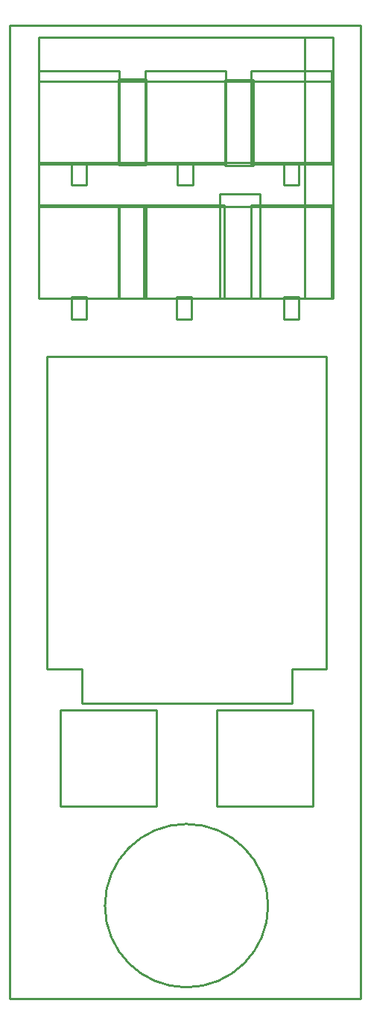
<source format=gko>
G04 Layer: BoardOutlineLayer*
G04 EasyEDA v6.5.29, 2023-07-18 11:26:45*
G04 c8030ef1641c436e89cfafea64ab0737,5a6b42c53f6a479593ecc07194224c93,10*
G04 Gerber Generator version 0.2*
G04 Scale: 100 percent, Rotated: No, Reflected: No *
G04 Dimensions in millimeters *
G04 leading zeros omitted , absolute positions ,4 integer and 5 decimal *
%FSLAX45Y45*%
%MOMM*%

%ADD10C,0.2540*%
D10*
X38100Y11938000D02*
G01*
X4025900Y11938000D01*
X4025900Y889000D01*
X38100Y889000D01*
X38100Y11938000D01*
X736600Y10375900D02*
G01*
X736600Y10121900D01*
X736600Y10121900D02*
G01*
X908050Y10121900D01*
X908050Y10121900D02*
G01*
X908050Y10375900D01*
X908050Y10375900D02*
G01*
X736600Y10375900D01*
X368300Y11423650D02*
G01*
X368300Y10363200D01*
X368300Y10363200D02*
G01*
X1282700Y10363200D01*
X1282700Y10363200D02*
G01*
X1282700Y11423650D01*
X1282700Y11423650D02*
G01*
X368300Y11423650D01*
X1574800Y11423650D02*
G01*
X1574800Y10363200D01*
X1574800Y10363200D02*
G01*
X2489200Y10363200D01*
X2489200Y10363200D02*
G01*
X2489200Y11423650D01*
X2489200Y11423650D02*
G01*
X1574800Y11423650D01*
X1943100Y10375900D02*
G01*
X1943100Y10121900D01*
X1943100Y10121900D02*
G01*
X2114550Y10121900D01*
X2114550Y10121900D02*
G01*
X2114550Y10375900D01*
X2114550Y10375900D02*
G01*
X1943100Y10375900D01*
X2781300Y11423650D02*
G01*
X2781300Y10363200D01*
X2781300Y10363200D02*
G01*
X3695700Y10363200D01*
X3695700Y10363200D02*
G01*
X3695700Y11423650D01*
X3695700Y11423650D02*
G01*
X2781300Y11423650D01*
X3149600Y10375900D02*
G01*
X3149600Y10121900D01*
X3149600Y10121900D02*
G01*
X3321050Y10121900D01*
X3321050Y10121900D02*
G01*
X3321050Y10375900D01*
X3321050Y10375900D02*
G01*
X3149600Y10375900D01*
X368300Y9899650D02*
G01*
X368300Y8839200D01*
X368300Y8839200D02*
G01*
X1282700Y8839200D01*
X1282700Y8839200D02*
G01*
X1282700Y9899650D01*
X1282700Y9899650D02*
G01*
X368300Y9899650D01*
X736600Y8851900D02*
G01*
X736600Y8597900D01*
X736600Y8597900D02*
G01*
X908050Y8597900D01*
X908050Y8597900D02*
G01*
X908050Y8851900D01*
X908050Y8851900D02*
G01*
X736600Y8851900D01*
X1562100Y9899650D02*
G01*
X1562100Y8839200D01*
X1562100Y8839200D02*
G01*
X2476500Y8839200D01*
X2476500Y8839200D02*
G01*
X2476500Y9899650D01*
X2476500Y9899650D02*
G01*
X1562100Y9899650D01*
X1930400Y8851900D02*
G01*
X1930400Y8597900D01*
X1930400Y8597900D02*
G01*
X2101850Y8597900D01*
X2101850Y8597900D02*
G01*
X2101850Y8851900D01*
X2101850Y8851900D02*
G01*
X1930400Y8851900D01*
X3149600Y8851900D02*
G01*
X3149600Y8597900D01*
X3149600Y8597900D02*
G01*
X3321050Y8597900D01*
X3321050Y8597900D02*
G01*
X3321050Y8851900D01*
X3321050Y8851900D02*
G01*
X3149600Y8851900D01*
X2781300Y9899650D02*
G01*
X2781300Y8839200D01*
X2781300Y8839200D02*
G01*
X3695700Y8839200D01*
X3695700Y8839200D02*
G01*
X3695700Y9899650D01*
X3695700Y9899650D02*
G01*
X2781300Y9899650D01*
X459308Y8175015D02*
G01*
X459308Y4631715D01*
X459308Y4631715D02*
G01*
X853008Y4631715D01*
X853008Y4631715D02*
G01*
X853008Y4238015D01*
X853008Y4238015D02*
G01*
X3240608Y4238015D01*
X3240608Y4238015D02*
G01*
X3240608Y4631715D01*
X3240608Y4631715D02*
G01*
X3634308Y4631715D01*
X3634308Y4631715D02*
G01*
X3634308Y8175015D01*
X3634308Y8175015D02*
G01*
X459308Y8175015D01*
X609600Y4165600D02*
G01*
X609600Y3073400D01*
X609600Y3073400D02*
G01*
X1701800Y3073400D01*
X1701800Y3073400D02*
G01*
X1701800Y4165600D01*
X1701800Y4165600D02*
G01*
X609600Y4165600D01*
X2387600Y4165600D02*
G01*
X2387600Y3073400D01*
X2387600Y3073400D02*
G01*
X3479800Y3073400D01*
X3479800Y3073400D02*
G01*
X3479800Y4165600D01*
X3479800Y4165600D02*
G01*
X2387600Y4165600D01*
X368300Y11798300D02*
G01*
X368300Y11303000D01*
X368300Y11303000D02*
G01*
X3708400Y11303000D01*
X3708400Y11303000D02*
G01*
X3708400Y11798300D01*
X3708400Y11798300D02*
G01*
X368300Y11798300D01*
X1270000Y11328400D02*
G01*
X1270000Y10350500D01*
X1270000Y10350500D02*
G01*
X1587500Y10350500D01*
X1587500Y10350500D02*
G01*
X1587500Y11328400D01*
X1587500Y11328400D02*
G01*
X1270000Y11328400D01*
X2482850Y11322050D02*
G01*
X2482850Y10344150D01*
X2482850Y10344150D02*
G01*
X2800350Y10344150D01*
X2800350Y10344150D02*
G01*
X2800350Y11322050D01*
X2800350Y11322050D02*
G01*
X2482850Y11322050D01*
X368300Y10375900D02*
G01*
X368300Y9880600D01*
X368300Y9880600D02*
G01*
X3708400Y9880600D01*
X3708400Y9880600D02*
G01*
X3708400Y10375900D01*
X3708400Y10375900D02*
G01*
X368300Y10375900D01*
X1270000Y9893300D02*
G01*
X1270000Y8839200D01*
X1270000Y8839200D02*
G01*
X1587500Y8839200D01*
X1587500Y8839200D02*
G01*
X1587500Y9893300D01*
X1587500Y9893300D02*
G01*
X1270000Y9893300D01*
X3390900Y11798300D02*
G01*
X3390900Y8839200D01*
X3390900Y8839200D02*
G01*
X3708400Y8839200D01*
X3708400Y8839200D02*
G01*
X3708400Y11798300D01*
X3708400Y11798300D02*
G01*
X3390900Y11798300D01*
X2425700Y10020300D02*
G01*
X2425700Y8839200D01*
X2425700Y8839200D02*
G01*
X2882900Y8839200D01*
X2882900Y8839200D02*
G01*
X2882900Y10020300D01*
X2882900Y10020300D02*
G01*
X2425700Y10020300D01*
G75*
G01*
X1117600Y1943100D02*
G02*
X2971800Y1943100I927100J0D01*
G75*
G01*
X2971800Y1943100D02*
G02*
X1117600Y1943100I-927100J0D01*
X1117600Y1943100D02*
G01*
X1117600Y1943100D01*

%LPD*%
M02*

</source>
